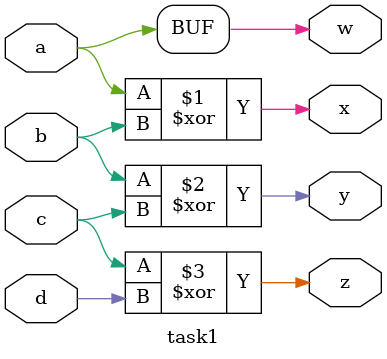
<source format=v>
`timescale 1ns / 1ps 
module task1(
    input a,
    input b,
    input c,
    input d,
    output w,
    output x,
    output y,
    output z
    );
    assign w = a;
    assign x = a^b;
    assign y = b^c;
    assign z = c^d;
endmodule

</source>
